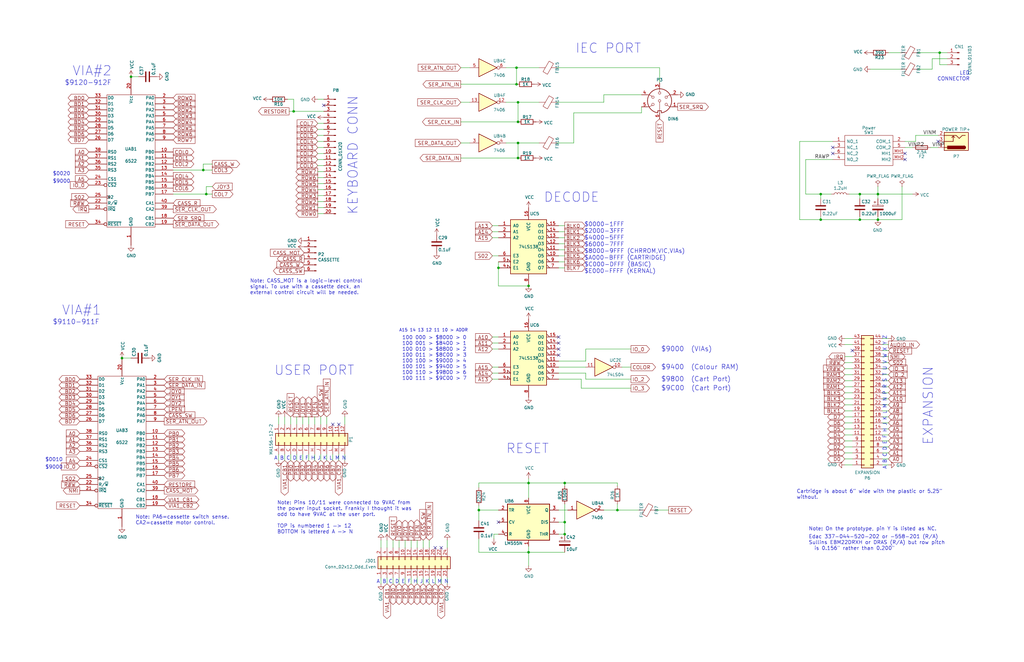
<source format=kicad_sch>
(kicad_sch (version 20211123) (generator eeschema)
  (paper "B")
  (title_block (title "VIC RELOADED") (date "2022-08-04") (rev "1.1-002E") (company "Steve J. Gray and Rich Cini") (comment 1 "Transcribed from CBM VIC-20cr schematics 251027-01D") (comment 2 "ECO 830151 4/12/83"))
  (junction (at 218.44 43.18))
  (junction (at 123.825 46.99))
  (junction (at 218.44 66.675))
  (junction (at 362.585 92.71))
  (junction (at 217.805 35.56))
  (junction (at 218.44 51.435))
  (junction (at 217.805 28.575))
  (junction (at 51.435 151.13))
  (junction (at 238.125 225.425))
  (junction (at 260.35 215.265))
  (junction (at 346.075 81.915))
  (junction (at 222.885 233.045))
  (junction (at 201.93 215.265))
  (junction (at 346.075 92.71))
  (junction (at 85.725 71.755))
  (junction (at 210.185 113.03))
  (junction (at 370.205 81.915))
  (junction (at 370.205 92.71))
  (junction (at 238.125 220.345))
  (junction (at 222.885 120.65))
  (junction (at 362.585 81.915))
  (junction (at 396.24 22.225))
  (junction (at 55.245 32.385))
  (junction (at 218.44 60.325))
  (junction (at 238.125 203.835))
  (junction (at 222.885 203.835))
  (junction (at 86.995 81.915))
  (no_connect (at 140.335 179.07))
  (no_connect (at 210.185 220.345))
  (no_connect (at 136.525 44.45))
  (no_connect (at 395.605 59.69))
  (no_connect (at 235.585 142.24))
  (no_connect (at 186.055 231.14))
  (no_connect (at 183.515 231.14))
  (no_connect (at 359.41 147.955))
  (no_connect (at 235.585 149.86))
  (no_connect (at 235.585 144.78))
  (no_connect (at 381.635 64.77))
  (no_connect (at 381.635 67.31))
  (no_connect (at 351.155 64.77))
  (no_connect (at 142.875 179.07))
  (no_connect (at 235.585 147.32))
  (no_connect (at 351.155 62.23))
  (wire (pts (xy 178.435 227.965) (xy 178.435 231.14)))
  (wire (pts (xy 136.525 74.93) (xy 133.985 74.93)))
  (wire (pts (xy 372.11 191.135) (xy 374.65 191.135)))
  (wire (pts (xy 123.825 41.91) (xy 121.285 41.91)))
  (wire (pts (xy 73.025 81.915) (xy 86.995 81.915)))
  (wire (pts (xy 370.205 92.71) (xy 380.365 92.71)))
  (wire (pts (xy 359.41 155.575) (xy 356.235 155.575)))
  (wire (pts (xy 235.585 154.94) (xy 247.015 154.94)))
  (wire (pts (xy 359.41 168.275) (xy 356.235 168.275)))
  (wire (pts (xy 278.13 28.575) (xy 278.13 34.925)))
  (wire (pts (xy 372.11 142.875) (xy 374.65 142.875)))
  (wire (pts (xy 140.335 191.77) (xy 140.335 194.31)))
  (wire (pts (xy 127.635 175.895) (xy 127.635 179.07)))
  (wire (pts (xy 136.525 59.69) (xy 133.985 59.69)))
  (wire (pts (xy 218.44 66.675) (xy 218.44 60.325)))
  (wire (pts (xy 133.985 77.47) (xy 136.525 77.47)))
  (wire (pts (xy 374.65 150.495) (xy 372.11 150.495)))
  (wire (pts (xy 346.075 81.915) (xy 339.725 81.915)))
  (wire (pts (xy 362.585 92.71) (xy 370.205 92.71)))
  (wire (pts (xy 210.185 120.65) (xy 210.185 113.03)))
  (wire (pts (xy 396.24 27.305) (xy 396.24 22.225)))
  (wire (pts (xy 374.65 180.975) (xy 372.11 180.975)))
  (wire (pts (xy 137.795 194.31) (xy 137.795 191.77)))
  (wire (pts (xy 207.645 95.25) (xy 210.185 95.25)))
  (wire (pts (xy 241.935 47.625) (xy 270.51 47.625)))
  (wire (pts (xy 359.41 163.195) (xy 356.235 163.195)))
  (wire (pts (xy 217.805 35.56) (xy 217.805 28.575)))
  (wire (pts (xy 55.245 151.13) (xy 51.435 151.13)))
  (wire (pts (xy 260.35 215.265) (xy 269.24 215.265)))
  (wire (pts (xy 123.825 46.99) (xy 136.525 46.99)))
  (wire (pts (xy 235.585 100.33) (xy 238.125 100.33)))
  (wire (pts (xy 346.075 92.71) (xy 362.585 92.71)))
  (wire (pts (xy 89.535 78.74) (xy 86.995 78.74)))
  (wire (pts (xy 163.195 231.14) (xy 163.195 227.965)))
  (wire (pts (xy 180.975 227.965) (xy 180.975 231.14)))
  (wire (pts (xy 346.075 81.915) (xy 350.52 81.915)))
  (wire (pts (xy 133.985 52.07) (xy 136.525 52.07)))
  (wire (pts (xy 208.28 225.425) (xy 208.28 227.33)))
  (wire (pts (xy 235.585 107.95) (xy 238.125 107.95)))
  (wire (pts (xy 188.595 246.38) (xy 188.595 243.84)))
  (wire (pts (xy 218.44 66.675) (xy 194.31 66.675)))
  (wire (pts (xy 386.08 59.69) (xy 386.08 57.15)))
  (wire (pts (xy 374.65 173.355) (xy 372.11 173.355)))
  (wire (pts (xy 374.65 188.595) (xy 372.11 188.595)))
  (wire (pts (xy 218.44 51.435) (xy 194.31 51.435)))
  (wire (pts (xy 89.535 69.215) (xy 85.725 69.215)))
  (wire (pts (xy 207.645 144.78) (xy 210.185 144.78)))
  (wire (pts (xy 235.585 157.48) (xy 247.015 157.48)))
  (wire (pts (xy 356.235 165.735) (xy 359.41 165.735)))
  (wire (pts (xy 359.41 191.135) (xy 356.235 191.135)))
  (wire (pts (xy 370.205 83.82) (xy 370.205 81.915)))
  (wire (pts (xy 260.35 212.725) (xy 260.35 215.265)))
  (wire (pts (xy 359.41 186.055) (xy 356.235 186.055)))
  (wire (pts (xy 374.65 175.895) (xy 372.11 175.895)))
  (wire (pts (xy 346.075 91.44) (xy 346.075 92.71)))
  (wire (pts (xy 183.515 243.84) (xy 183.515 246.38)))
  (wire (pts (xy 210.185 113.03) (xy 210.185 110.49)))
  (wire (pts (xy 235.585 110.49) (xy 238.125 110.49)))
  (wire (pts (xy 194.31 43.18) (xy 198.12 43.18)))
  (wire (pts (xy 241.935 47.625) (xy 241.935 60.325)))
  (wire (pts (xy 218.44 60.325) (xy 227.33 60.325)))
  (wire (pts (xy 356.235 150.495) (xy 359.41 150.495)))
  (wire (pts (xy 160.655 227.965) (xy 160.655 231.14)))
  (wire (pts (xy 133.985 62.23) (xy 136.525 62.23)))
  (wire (pts (xy 222.885 233.045) (xy 222.885 238.76)))
  (wire (pts (xy 170.815 246.38) (xy 170.815 243.84)))
  (wire (pts (xy 245.11 163.83) (xy 245.11 160.02)))
  (wire (pts (xy 245.11 160.02) (xy 235.585 160.02)))
  (wire (pts (xy 359.41 153.035) (xy 356.235 153.035)))
  (wire (pts (xy 213.36 28.575) (xy 217.805 28.575)))
  (wire (pts (xy 374.65 178.435) (xy 372.11 178.435)))
  (wire (pts (xy 359.41 158.115) (xy 356.235 158.115)))
  (wire (pts (xy 374.65 155.575) (xy 372.11 155.575)))
  (wire (pts (xy 117.475 194.31) (xy 117.475 191.77)))
  (wire (pts (xy 370.205 78.74) (xy 370.205 81.915)))
  (wire (pts (xy 359.41 145.415) (xy 356.235 145.415)))
  (wire (pts (xy 86.995 81.915) (xy 89.535 81.915)))
  (wire (pts (xy 372.11 196.215) (xy 374.65 196.215)))
  (wire (pts (xy 136.525 90.17) (xy 133.985 90.17)))
  (wire (pts (xy 120.015 191.77) (xy 120.015 194.31)))
  (wire (pts (xy 207.645 107.95) (xy 210.185 107.95)))
  (wire (pts (xy 125.095 179.07) (xy 125.095 175.895)))
  (wire (pts (xy 374.65 168.275) (xy 372.11 168.275)))
  (wire (pts (xy 145.415 194.31) (xy 145.415 191.77)))
  (wire (pts (xy 222.885 203.835) (xy 238.125 203.835)))
  (wire (pts (xy 173.355 231.14) (xy 173.355 227.965)))
  (wire (pts (xy 130.175 191.77) (xy 130.175 194.31)))
  (wire (pts (xy 235.585 95.25) (xy 238.125 95.25)))
  (wire (pts (xy 125.095 191.77) (xy 125.095 194.31)))
  (wire (pts (xy 217.805 35.56) (xy 194.31 35.56)))
  (wire (pts (xy 201.93 233.045) (xy 222.885 233.045)))
  (wire (pts (xy 238.125 102.87) (xy 235.585 102.87)))
  (wire (pts (xy 247.015 152.4) (xy 247.015 147.32)))
  (wire (pts (xy 266.065 154.94) (xy 262.255 154.94)))
  (wire (pts (xy 136.525 41.91) (xy 133.985 41.91)))
  (wire (pts (xy 85.725 69.215) (xy 85.725 71.755)))
  (wire (pts (xy 165.735 227.965) (xy 165.735 231.14)))
  (wire (pts (xy 254.635 43.18) (xy 254.635 40.005)))
  (wire (pts (xy 173.355 243.84) (xy 173.355 246.38)))
  (wire (pts (xy 337.185 92.71) (xy 346.075 92.71)))
  (wire (pts (xy 207.645 142.24) (xy 210.185 142.24)))
  (wire (pts (xy 194.31 60.325) (xy 198.12 60.325)))
  (wire (pts (xy 367.03 29.21) (xy 379.73 29.21)))
  (wire (pts (xy 168.275 243.84) (xy 168.275 246.38)))
  (wire (pts (xy 201.93 215.265) (xy 201.93 219.71)))
  (wire (pts (xy 194.31 28.575) (xy 198.12 28.575)))
  (wire (pts (xy 399.415 27.305) (xy 396.24 27.305)))
  (wire (pts (xy 168.275 231.14) (xy 168.275 227.965)))
  (wire (pts (xy 234.95 43.18) (xy 254.635 43.18)))
  (wire (pts (xy 136.525 64.77) (xy 133.985 64.77)))
  (wire (pts (xy 123.825 46.99) (xy 123.825 41.91)))
  (wire (pts (xy 58.42 32.385) (xy 55.245 32.385)))
  (wire (pts (xy 386.08 57.15) (xy 395.605 57.15)))
  (wire (pts (xy 392.43 62.23) (xy 395.605 62.23)))
  (wire (pts (xy 260.35 203.835) (xy 260.35 205.105)))
  (wire (pts (xy 132.715 175.895) (xy 132.715 179.07)))
  (wire (pts (xy 175.895 246.38) (xy 175.895 243.84)))
  (wire (pts (xy 133.985 82.55) (xy 136.525 82.55)))
  (wire (pts (xy 135.255 175.895) (xy 135.255 179.07)))
  (wire (pts (xy 234.95 28.575) (xy 278.13 28.575)))
  (wire (pts (xy 238.125 203.835) (xy 238.125 205.105)))
  (wire (pts (xy 235.585 97.79) (xy 238.125 97.79)))
  (wire (pts (xy 170.815 227.965) (xy 170.815 231.14)))
  (wire (pts (xy 339.725 67.31) (xy 351.155 67.31)))
  (wire (pts (xy 142.875 191.77) (xy 142.875 194.31)))
  (wire (pts (xy 235.585 220.345) (xy 238.125 220.345)))
  (wire (pts (xy 133.985 67.31) (xy 136.525 67.31)))
  (wire (pts (xy 396.24 22.225) (xy 399.415 22.225)))
  (wire (pts (xy 130.175 179.07) (xy 130.175 175.895)))
  (wire (pts (xy 136.525 85.09) (xy 133.985 85.09)))
  (wire (pts (xy 372.11 160.655) (xy 374.65 160.655)))
  (wire (pts (xy 393.065 24.765) (xy 399.415 24.765)))
  (wire (pts (xy 210.185 225.425) (xy 208.28 225.425)))
  (wire (pts (xy 337.185 59.69) (xy 351.155 59.69)))
  (wire (pts (xy 86.995 78.74) (xy 86.995 81.915)))
  (wire (pts (xy 370.205 91.44) (xy 370.205 92.71)))
  (wire (pts (xy 393.065 29.21) (xy 393.065 24.765)))
  (wire (pts (xy 356.235 193.675) (xy 359.41 193.675)))
  (wire (pts (xy 201.93 213.36) (xy 201.93 215.265)))
  (wire (pts (xy 359.41 178.435) (xy 356.235 178.435)))
  (wire (pts (xy 337.185 92.71) (xy 337.185 59.69)))
  (wire (pts (xy 145.415 175.895) (xy 145.415 179.07)))
  (wire (pts (xy 374.65 183.515) (xy 372.11 183.515)))
  (wire (pts (xy 374.65 165.735) (xy 372.11 165.735)))
  (wire (pts (xy 374.65 153.035) (xy 372.11 153.035)))
  (wire (pts (xy 238.125 233.045) (xy 222.885 233.045)))
  (wire (pts (xy 362.585 91.44) (xy 362.585 92.71)))
  (wire (pts (xy 218.44 43.18) (xy 227.33 43.18)))
  (wire (pts (xy 165.735 246.38) (xy 165.735 243.84)))
  (wire (pts (xy 133.985 57.15) (xy 136.525 57.15)))
  (wire (pts (xy 362.585 83.82) (xy 362.585 81.915)))
  (wire (pts (xy 180.975 246.38) (xy 180.975 243.84)))
  (wire (pts (xy 121.92 46.99) (xy 123.825 46.99)))
  (wire (pts (xy 175.895 227.965) (xy 175.895 231.14)))
  (wire (pts (xy 213.36 60.325) (xy 218.44 60.325)))
  (wire (pts (xy 370.205 81.915) (xy 384.81 81.915)))
  (wire (pts (xy 266.065 163.83) (xy 245.11 163.83)))
  (wire (pts (xy 201.93 203.835) (xy 222.885 203.835)))
  (wire (pts (xy 374.65 158.115) (xy 372.11 158.115)))
  (wire (pts (xy 346.075 81.915) (xy 346.075 83.82)))
  (wire (pts (xy 238.125 203.835) (xy 260.35 203.835)))
  (wire (pts (xy 127.635 194.31) (xy 127.635 191.77)))
  (wire (pts (xy 201.93 205.74) (xy 201.93 203.835)))
  (wire (pts (xy 387.35 22.225) (xy 396.24 22.225)))
  (wire (pts (xy 136.525 69.85) (xy 133.985 69.85)))
  (wire (pts (xy 85.725 71.755) (xy 89.535 71.755)))
  (wire (pts (xy 247.015 160.02) (xy 266.065 160.02)))
  (wire (pts (xy 254.635 215.265) (xy 260.35 215.265)))
  (wire (pts (xy 356.235 180.975) (xy 359.41 180.975)))
  (wire (pts (xy 362.585 81.915) (xy 370.205 81.915)))
  (wire (pts (xy 356.235 142.875) (xy 359.41 142.875)))
  (wire (pts (xy 210.185 215.265) (xy 201.93 215.265)))
  (wire (pts (xy 163.195 243.84) (xy 163.195 246.38)))
  (wire (pts (xy 218.44 51.435) (xy 218.44 43.18)))
  (wire (pts (xy 247.015 147.32) (xy 266.065 147.32)))
  (wire (pts (xy 356.235 170.815) (xy 359.41 170.815)))
  (wire (pts (xy 358.14 81.915) (xy 362.585 81.915)))
  (wire (pts (xy 213.36 43.18) (xy 218.44 43.18)))
  (wire (pts (xy 372.11 170.815) (xy 374.65 170.815)))
  (wire (pts (xy 136.525 54.61) (xy 133.985 54.61)))
  (wire (pts (xy 380.365 78.74) (xy 380.365 92.71)))
  (wire (pts (xy 137.795 175.895) (xy 137.795 179.07)))
  (wire (pts (xy 135.255 191.77) (xy 135.255 194.31)))
  (wire (pts (xy 117.475 175.895) (xy 117.475 179.07)))
  (wire (pts (xy 238.125 212.725) (xy 238.125 220.345)))
  (wire (pts (xy 186.055 243.84) (xy 186.055 246.38)))
  (wire (pts (xy 136.525 80.01) (xy 133.985 80.01)))
  (wire (pts (xy 374.65 163.195) (xy 372.11 163.195)))
  (wire (pts (xy 238.125 220.345) (xy 238.125 225.425)))
  (wire (pts (xy 372.11 186.055) (xy 374.65 186.055)))
  (wire (pts (xy 207.645 157.48) (xy 210.185 157.48)))
  (wire (pts (xy 222.885 120.65) (xy 210.185 120.65)))
  (wire (pts (xy 247.015 157.48) (xy 247.015 160.02)))
  (wire (pts (xy 217.805 28.575) (xy 227.33 28.575)))
  (wire (pts (xy 210.185 154.94) (xy 207.645 154.94)))
  (wire (pts (xy 235.585 152.4) (xy 247.015 152.4)))
  (wire (pts (xy 359.41 183.515) (xy 356.235 183.515)))
  (wire (pts (xy 160.655 246.38) (xy 160.655 243.84)))
  (wire (pts (xy 381.635 62.23) (xy 384.81 62.23)))
  (wire (pts (xy 235.585 215.265) (xy 239.395 215.265)))
  (wire (pts (xy 276.86 215.265) (xy 281.94 215.265)))
  (wire (pts (xy 254.635 40.005) (xy 270.51 40.005)))
  (wire (pts (xy 379.73 22.225) (xy 374.65 22.225)))
  (wire (pts (xy 374.65 145.415) (xy 372.11 145.415)))
  (wire (pts (xy 238.125 225.425) (xy 235.585 225.425)))
  (wire (pts (xy 356.235 175.895) (xy 359.41 175.895)))
  (wire (pts (xy 222.885 201.93) (xy 222.885 203.835)))
  (wire (pts (xy 207.645 100.33) (xy 210.185 100.33)))
  (wire (pts (xy 210.185 97.79) (xy 207.645 97.79)))
  (wire (pts (xy 122.555 194.31) (xy 122.555 191.77)))
  (wire (pts (xy 372.11 147.955) (xy 374.65 147.955)))
  (wire (pts (xy 133.985 87.63) (xy 136.525 87.63)))
  (wire (pts (xy 387.35 29.21) (xy 393.065 29.21)))
  (wire (pts (xy 235.585 113.03) (xy 238.125 113.03)))
  (wire (pts (xy 374.65 193.675) (xy 372.11 193.675)))
  (wire (pts (xy 73.025 71.755) (xy 85.725 71.755)))
  (wire (pts (xy 201.93 227.33) (xy 201.93 233.045)))
  (wire (pts (xy 133.985 72.39) (xy 136.525 72.39)))
  (wire (pts (xy 359.41 196.215) (xy 356.235 196.215)))
  (wire (pts (xy 359.41 173.355) (xy 356.235 173.355)))
  (wire (pts (xy 210.185 160.02) (xy 207.645 160.02)))
  (wire (pts (xy 120.015 179.07) (xy 120.015 175.895)))
  (wire (pts (xy 222.885 203.835) (xy 222.885 210.185)))
  (wire (pts (xy 207.645 147.32) (xy 210.185 147.32)))
  (wire (pts (xy 188.595 227.965) (xy 188.595 231.14)))
  (wire (pts (xy 339.725 81.915) (xy 339.725 67.31)))
  (wire (pts (xy 234.95 60.325) (xy 241.935 60.325)))
  (wire (pts (xy 356.235 188.595) (xy 359.41 188.595)))
  (wire (pts (xy 132.715 194.31) (xy 132.715 191.77)))
  (wire (pts (xy 178.435 243.84) (xy 178.435 246.38)))
  (wire (pts (xy 381.635 59.69) (xy 386.08 59.69)))
  (wire (pts (xy 222.885 233.045) (xy 222.885 230.505)))
  (wire (pts (xy 122.555 175.895) (xy 122.555 179.07)))
  (wire (pts (xy 270.51 47.625) (xy 270.51 45.085)))
  (wire (pts (xy 235.585 105.41) (xy 238.125 105.41)))
  (wire (pts (xy 356.235 160.655) (xy 359.41 160.655)))
  (text "EXPANSION" (at 393.7 187.96 90) (effects (font (size 3.9878 3.9878)) (justify left bottom)))
  (text "Cartridge is about 6” wide with the plastic or 5.25”\nwithout." (at 335.915 210.82 0) (effects (font (size 1.524 1.524)) (justify left bottom)))
  (text "DECODE" (at 229.235 85.725 0) (effects (font (size 3.9878 3.9878)) (justify left bottom)))
  (text "RESET" (at 213.36 191.77 0) (effects (font (size 3.9878 3.9878)) (justify left bottom)))
  (text "Note: PA6=cassette switch sense. \nCA2=cassette motor control." (at 57.15 221.615 0) (effects (font (size 1.524 1.524)) (justify left bottom)))
  (text "A B C D E F H J K L M N P R S T U V W X Y Z" (at 374.015 198.12 90) (effects (font (size 1.524 1.524)) (justify left bottom)))
  (text "A B C D E F H J K L M N" (at 115.57 194.31 0) (effects (font (size 1.524 1.524)) (justify left bottom)))
  (text "$9000" (at 22.225 77.47 0) (effects (font (size 1.524 1.524)) (justify left bottom)))
  (text "Note: Pins 10/11 were connected to 9VAC from\nthe power input socket. Frankly I thought it was\nodd to have 9VAC at the user port.\n\nTOP is numbered 1 —> 12\nBOTTOM is lettered A —> N" (at 116.84 225.425 0) (effects (font (size 1.524 1.524)) (justify left bottom)))
  (text "IEC PORT" (at 242.57 22.86 0) (effects (font (size 3.9878 3.9878)) (justify left bottom)))
  (text "$9C00  (Cart Port)" (at 278.765 165.1 0) (effects (font (size 2.0066 2.0066)) (justify left bottom)))
  (text "$9120-912F" (at 27.305 36.195 0) (effects (font (size 2.0066 2.0066)) (justify left bottom)))
  (text "A B C D E F H J K L M N" (at 158.75 246.38 0) (effects (font (size 1.524 1.524)) (justify left bottom)))
  (text "Note: On the prototype, pin Y is listed as NC." (at 340.995 224.155 0) (effects (font (size 1.524 1.524)) (justify left bottom)))
  (text "LED\nCONNECTOR" (at 408.94 34.29 180) (effects (font (size 1.524 1.524)) (justify right bottom)))
  (text "$9400  (Colour RAM)" (at 278.765 156.21 0) (effects (font (size 2.0066 2.0066)) (justify left bottom)))
  (text "$9000  (VIAs)" (at 278.765 148.59 0) (effects (font (size 2.0066 2.0066)) (justify left bottom)))
  (text "$9800  (Cart Port)" (at 278.765 161.29 0) (effects (font (size 2.0066 2.0066)) (justify left bottom)))
  (text "KEYBOARD CONN" (at 151.13 90.805 90) (effects (font (size 3.9878 3.9878)) (justify left bottom)))
  (text "Edac 337-044-520-202 or -558-201 (R/A)\nSullins EBM22DRXH or DRAS (R/A) but row pitch\n  is 0.156\" rather than 0.200\"" (at 340.995 232.41 0) (effects (font (size 1.524 1.524)) (justify left bottom)))
  (text "$0010" (at 19.05 194.945 0) (effects (font (size 1.524 1.524)) (justify left bottom)))
  (text "USER PORT" (at 115.57 158.75 0) (effects (font (size 3.9878 3.9878)) (justify left bottom)))
  (text "$9110-911F" (at 22.225 137.16 0) (effects (font (size 2.0066 2.0066)) (justify left bottom)))
  (text "100 000 > $8000 > 0\n100 001 > $8400 > 1\n100 010 > $8800 > 2\n100 011 > $8C00 > 3\n100 100 > $9000 > 4\n100 101 > $9400 > 5\n100 110 > $9800 > 6\n100 111 > $9C00 > 7" (at 169.545 160.655 0) (effects (font (size 1.524 1.524)) (justify left bottom)))
  (text "A15 14 13 12 11 10 > ADDR\n\n" (at 168.275 142.24 0) (effects (font (size 1.27 1.27)) (justify left bottom)))
  (text "Note: CASS_MOT is a logic-level control\nsignal. To use with a cassette deck, an\nexternal control circuit will be needed." (at 105.41 124.46 0) (effects (font (size 1.524 1.524)) (justify left bottom)))
  (text "VIA#2" (at 30.48 32.385 0) (effects (font (size 3.9878 3.9878)) (justify left bottom)))
  (text "$0020" (at 22.225 74.295 0) (effects (font (size 1.524 1.524)) (justify left bottom)))
  (text "$0000-1FFF\n$2000-3FFF\n$4000-5FFF\n$6000-7FFF\n$8000-9FFF (CHRROM,VIC,VIAs)\n$A000-BFFF (CARTRIDGE)\n$C000-DFFF (BASIC)\n$E000-FFFF (KERNAL)" (at 246.38 115.57 0) (effects (font (size 1.7526 1.7526)) (justify left bottom)))
  (text "$9000" (at 19.05 198.12 0) (effects (font (size 1.524 1.524)) (justify left bottom)))
  (text "VIA#1" (at 26.035 133.35 0) (effects (font (size 3.9878 3.9878)) (justify left bottom)))
  (label "VINM" (at 389.255 57.15 0) (effects (font (size 1.524 1.524))))
  (label "RAWP" (at 343.535 67.31 0) (effects (font (size 1.524 1.524))))
  (label "VINP2" (at 382.905 62.23 0) (effects (font (size 1.524 1.524))))
  (label "VINP" (at 393.065 62.23 0) (effects (font (size 1.524 1.524))))
  (global_label "JOY2" (shape output) (at 173.355 227.965 90) (effects (font (size 1.524 1.524))) (property "Intersheet References" "${INTERSHEET_REFS}" (effects hide)))
  (global_label "ROW4" (shape output) (at 133.985 80.01 180) (effects (font (size 1.524 1.524))) (property "Intersheet References" "${INTERSHEET_REFS}" (effects hide)))
  (global_label "ROW7" (shape input) (at 73.025 59.055 0) (effects (font (size 1.524 1.524))) (property "Intersheet References" "${INTERSHEET_REFS}" (effects hide)))
  (global_label "JOY2" (shape output) (at 130.175 175.895 90) (effects (font (size 1.524 1.524))) (property "Intersheet References" "${INTERSHEET_REFS}" (effects hide)))
  (global_label "COL1" (shape input) (at 133.985 67.31 180) (effects (font (size 1.524 1.524))) (property "Intersheet References" "${INTERSHEET_REFS}" (effects hide)))
  (global_label "COLOR" (shape output) (at 266.065 154.94 0) (effects (font (size 1.524 1.524))) (property "Intersheet References" "${INTERSHEET_REFS}" (effects hide)))
  (global_label "BD0" (shape bidirectional) (at 33.655 160.02 180) (effects (font (size 1.524 1.524))) (property "Intersheet References" "${INTERSHEET_REFS}" (effects hide)))
  (global_label "SER_DATA_OUT" (shape output) (at 73.025 94.615 0) (effects (font (size 1.524 1.524))) (property "Intersheet References" "${INTERSHEET_REFS}" (effects hide)))
  (global_label "A3" (shape input) (at 33.655 190.5 180) (effects (font (size 1.524 1.524))) (property "Intersheet References" "${INTERSHEET_REFS}" (effects hide)))
  (global_label "ROW6" (shape output) (at 133.985 74.93 180) (effects (font (size 1.524 1.524))) (property "Intersheet References" "${INTERSHEET_REFS}" (effects hide)))
  (global_label "D0" (shape bidirectional) (at 356.235 193.675 180) (effects (font (size 1.524 1.524))) (property "Intersheet References" "${INTERSHEET_REFS}" (effects hide)))
  (global_label "BLK1" (shape input) (at 356.235 173.355 180) (effects (font (size 1.524 1.524))) (property "Intersheet References" "${INTERSHEET_REFS}" (effects hide)))
  (global_label "JOY2" (shape input) (at 69.215 170.18 0) (effects (font (size 1.524 1.524))) (property "Intersheet References" "${INTERSHEET_REFS}" (effects hide)))
  (global_label "A3" (shape input) (at 374.65 186.055 0) (effects (font (size 1.524 1.524))) (property "Intersheet References" "${INTERSHEET_REFS}" (effects hide)))
  (global_label "A6" (shape input) (at 374.65 178.435 0) (effects (font (size 1.524 1.524))) (property "Intersheet References" "${INTERSHEET_REFS}" (effects hide)))
  (global_label "IO_0" (shape input) (at 33.655 196.85 180) (effects (font (size 1.524 1.524))) (property "Intersheet References" "${INTERSHEET_REFS}" (effects hide)))
  (global_label "A12" (shape input) (at 374.65 163.195 0) (effects (font (size 1.524 1.524))) (property "Intersheet References" "${INTERSHEET_REFS}" (effects hide)))
  (global_label "PB2" (shape bidirectional) (at 170.815 246.38 270) (effects (font (size 1.524 1.524))) (property "Intersheet References" "${INTERSHEET_REFS}" (effects hide)))
  (global_label "COL2" (shape input) (at 133.985 64.77 180) (effects (font (size 1.524 1.524))) (property "Intersheet References" "${INTERSHEET_REFS}" (effects hide)))
  (global_label "SER_CLK_IN" (shape input) (at 69.215 160.02 0) (effects (font (size 1.524 1.524))) (property "Intersheet References" "${INTERSHEET_REFS}" (effects hide)))
  (global_label "SER_ATN_OUT" (shape output) (at 69.215 177.8 0) (effects (font (size 1.524 1.524))) (property "Intersheet References" "${INTERSHEET_REFS}" (effects hide)))
  (global_label "PB7" (shape bidirectional) (at 183.515 246.38 270) (effects (font (size 1.524 1.524))) (property "Intersheet References" "${INTERSHEET_REFS}" (effects hide)))
  (global_label "BD3" (shape bidirectional) (at 33.655 167.64 180) (effects (font (size 1.524 1.524))) (property "Intersheet References" "${INTERSHEET_REFS}" (effects hide)))
  (global_label "CASS_W" (shape input) (at 128.27 111.76 180) (effects (font (size 1.524 1.524))) (property "Intersheet References" "${INTERSHEET_REFS}" (effects hide)))
  (global_label "RESTORE" (shape output) (at 121.92 46.99 180) (effects (font (size 1.524 1.524))) (property "Intersheet References" "${INTERSHEET_REFS}" (effects hide)))
  (global_label "BLK2" (shape output) (at 238.125 100.33 0) (effects (font (size 1.524 1.524))) (property "Intersheet References" "${INTERSHEET_REFS}" (effects hide)))
  (global_label "JOY1" (shape output) (at 170.815 227.965 90) (effects (font (size 1.524 1.524))) (property "Intersheet References" "${INTERSHEET_REFS}" (effects hide)))
  (global_label "SER_ATN_IN" (shape output) (at 194.31 35.56 180) (effects (font (size 1.524 1.524))) (property "Intersheet References" "${INTERSHEET_REFS}" (effects hide)))
  (global_label "D6" (shape bidirectional) (at 356.235 178.435 180) (effects (font (size 1.524 1.524))) (property "Intersheet References" "${INTERSHEET_REFS}" (effects hide)))
  (global_label "PB0" (shape bidirectional) (at 122.555 194.31 270) (effects (font (size 1.524 1.524))) (property "Intersheet References" "${INTERSHEET_REFS}" (effects hide)))
  (global_label "CASS_R" (shape output) (at 128.27 109.22 180) (effects (font (size 1.524 1.524))) (property "Intersheet References" "${INTERSHEET_REFS}" (effects hide)))
  (global_label "S02" (shape input) (at 374.65 153.035 0) (effects (font (size 1.524 1.524))) (property "Intersheet References" "${INTERSHEET_REFS}" (effects hide)))
  (global_label "BLK5" (shape output) (at 238.125 107.95 0) (effects (font (size 1.524 1.524))) (property "Intersheet References" "${INTERSHEET_REFS}" (effects hide)))
  (global_label "IO_0" (shape output) (at 266.065 147.32 0) (effects (font (size 1.524 1.524))) (property "Intersheet References" "${INTERSHEET_REFS}" (effects hide)))
  (global_label "A3" (shape input) (at 37.465 71.755 180) (effects (font (size 1.524 1.524))) (property "Intersheet References" "${INTERSHEET_REFS}" (effects hide)))
  (global_label "PB5" (shape bidirectional) (at 178.435 246.38 270) (effects (font (size 1.524 1.524))) (property "Intersheet References" "${INTERSHEET_REFS}" (effects hide)))
  (global_label "ROW6" (shape input) (at 73.025 56.515 0) (effects (font (size 1.524 1.524))) (property "Intersheet References" "${INTERSHEET_REFS}" (effects hide)))
  (global_label "PB2" (shape bidirectional) (at 127.635 194.31 270) (effects (font (size 1.524 1.524))) (property "Intersheet References" "${INTERSHEET_REFS}" (effects hide)))
  (global_label "A10" (shape input) (at 374.65 168.275 0) (effects (font (size 1.524 1.524))) (property "Intersheet References" "${INTERSHEET_REFS}" (effects hide)))
  (global_label "RAM2" (shape input) (at 356.235 160.655 180) (effects (font (size 1.524 1.524))) (property "Intersheet References" "${INTERSHEET_REFS}" (effects hide)))
  (global_label "BD3" (shape bidirectional) (at 37.465 48.895 180) (effects (font (size 1.524 1.524))) (property "Intersheet References" "${INTERSHEET_REFS}" (effects hide)))
  (global_label "D1" (shape bidirectional) (at 356.235 191.135 180) (effects (font (size 1.524 1.524))) (property "Intersheet References" "${INTERSHEET_REFS}" (effects hide)))
  (global_label "ROW1" (shape input) (at 73.025 43.815 0) (effects (font (size 1.524 1.524))) (property "Intersheet References" "${INTERSHEET_REFS}" (effects hide)))
  (global_label "SER_SRQ" (shape input) (at 73.025 92.075 0) (effects (font (size 1.524 1.524))) (property "Intersheet References" "${INTERSHEET_REFS}" (effects hide)))
  (global_label "SER_CLK_OUT" (shape input) (at 194.31 43.18 180) (effects (font (size 1.524 1.524))) (property "Intersheet References" "${INTERSHEET_REFS}" (effects hide)))
  (global_label "COL7" (shape input) (at 133.985 52.07 180) (effects (font (size 1.524 1.524))) (property "Intersheet References" "${INTERSHEET_REFS}" (effects hide)))
  (global_label "PB4" (shape bidirectional) (at 69.215 193.04 0) (effects (font (size 1.524 1.524))) (property "Intersheet References" "${INTERSHEET_REFS}" (effects hide)))
  (global_label "COL2" (shape output) (at 73.025 69.215 0) (effects (font (size 1.524 1.524))) (property "Intersheet References" "${INTERSHEET_REFS}" (effects hide)))
  (global_label "PB0" (shape bidirectional) (at 69.215 182.88 0) (effects (font (size 1.524 1.524))) (property "Intersheet References" "${INTERSHEET_REFS}" (effects hide)))
  (global_label "RESET" (shape input) (at 165.735 227.965 90) (effects (font (size 1.524 1.524))) (property "Intersheet References" "${INTERSHEET_REFS}" (effects hide)))
  (global_label "SER_ATN_OUT" (shape input) (at 194.31 28.575 180) (effects (font (size 1.524 1.524))) (property "Intersheet References" "${INTERSHEET_REFS}" (effects hide)))
  (global_label "A1" (shape input) (at 37.465 66.675 180) (effects (font (size 1.524 1.524))) (property "Intersheet References" "${INTERSHEET_REFS}" (effects hide)))
  (global_label "JOY1" (shape input) (at 69.215 167.64 0) (effects (font (size 1.524 1.524))) (property "Intersheet References" "${INTERSHEET_REFS}" (effects hide)))
  (global_label "LPEN" (shape output) (at 175.895 227.965 90) (effects (font (size 1.524 1.524))) (property "Intersheet References" "${INTERSHEET_REFS}" (effects hide)))
  (global_label "D7" (shape bidirectional) (at 356.235 175.895 180) (effects (font (size 1.524 1.524))) (property "Intersheet References" "${INTERSHEET_REFS}" (effects hide)))
  (global_label "R#W" (shape input) (at 356.235 153.035 180) (effects (font (size 1.524 1.524))) (property "Intersheet References" "${INTERSHEET_REFS}" (effects hide)))
  (global_label "A13" (shape input) (at 207.645 160.02 180) (effects (font (size 1.524 1.524))) (property "Intersheet References" "${INTERSHEET_REFS}" (effects hide)))
  (global_label "IO_2" (shape input) (at 374.65 158.115 0) (effects (font (size 1.524 1.524))) (property "Intersheet References" "${INTERSHEET_REFS}" (effects hide)))
  (global_label "PB1" (shape bidirectional) (at 69.215 185.42 0) (effects (font (size 1.524 1.524))) (property "Intersheet References" "${INTERSHEET_REFS}" (effects hide)))
  (global_label "D2" (shape bidirectional) (at 356.235 188.595 180) (effects (font (size 1.524 1.524))) (property "Intersheet References" "${INTERSHEET_REFS}" (effects hide)))
  (global_label "SER_CLK_IN" (shape output) (at 194.31 51.435 180) (effects (font (size 1.524 1.524))) (property "Intersheet References" "${INTERSHEET_REFS}" (effects hide)))
  (global_label "COL5" (shape input) (at 133.985 57.15 180) (effects (font (size 1.524 1.524))) (property "Intersheet References" "${INTERSHEET_REFS}" (effects hide)))
  (global_label "ROW0" (shape input) (at 73.025 41.275 0) (effects (font (size 1.524 1.524))) (property "Intersheet References" "${INTERSHEET_REFS}" (effects hide)))
  (global_label "VIA1_CB1" (shape bidirectional) (at 163.195 246.38 270) (effects (font (size 1.524 1.524))) (property "Intersheet References" "${INTERSHEET_REFS}" (effects hide)))
  (global_label "RESET" (shape input) (at 122.555 175.895 90) (effects (font (size 1.524 1.524))) (property "Intersheet References" "${INTERSHEET_REFS}" (effects hide)))
  (global_label "BLK2" (shape input) (at 356.235 170.815 180) (effects (font (size 1.524 1.524))) (property "Intersheet References" "${INTERSHEET_REFS}" (effects hide)))
  (global_label "COL0" (shape input) (at 133.985 69.85 180) (effects (font (size 1.524 1.524))) (property "Intersheet References" "${INTERSHEET_REFS}" (effects hide)))
  (global_label "A1" (shape input) (at 33.655 185.42 180) (effects (font (size 1.524 1.524))) (property "Intersheet References" "${INTERSHEET_REFS}" (effects hide)))
  (global_label "SER_DATA_IN" (shape input) (at 69.215 162.56 0) (effects (font (size 1.524 1.524))) (property "Intersheet References" "${INTERSHEET_REFS}" (effects hide)))
  (global_label "VIA1_CB2" (shape bidirectional) (at 186.055 246.38 270) (effects (font (size 1.524 1.524))) (property "Intersheet References" "${INTERSHEET_REFS}" (effects hide)))
  (global_label "CASS_SW" (shape output) (at 128.27 114.3 180) (effects (font (size 1.524 1.524))) (property "Intersheet References" "${INTERSHEET_REFS}" (effects hide)))
  (global_label "PB6" (shape bidirectional) (at 137.795 194.31 270) (effects (font (size 1.524 1.524))) (property "Intersheet References" "${INTERSHEET_REFS}" (effects hide)))
  (global_label "ROW3" (shape output) (at 133.985 82.55 180) (effects (font (size 1.524 1.524))) (property "Intersheet References" "${INTERSHEET_REFS}" (effects hide)))
  (global_label "A0" (shape input) (at 374.65 193.675 0) (effects (font (size 1.524 1.524))) (property "Intersheet References" "${INTERSHEET_REFS}" (effects hide)))
  (global_label "RESTORE" (shape input) (at 69.215 204.47 0) (effects (font (size 1.524 1.524))) (property "Intersheet References" "${INTERSHEET_REFS}" (effects hide)))
  (global_label "PB7" (shape bidirectional) (at 69.215 200.66 0) (effects (font (size 1.524 1.524))) (property "Intersheet References" "${INTERSHEET_REFS}" (effects hide)))
  (global_label "PB6" (shape bidirectional) (at 69.215 198.12 0) (effects (font (size 1.524 1.524))) (property "Intersheet References" "${INTERSHEET_REFS}" (effects hide)))
  (global_label "PB3" (shape bidirectional) (at 173.355 246.38 270) (effects (font (size 1.524 1.524))) (property "Intersheet References" "${INTERSHEET_REFS}" (effects hide)))
  (global_label "ROW5" (shape output) (at 133.985 77.47 180) (effects (font (size 1.524 1.524))) (property "Intersheet References" "${INTERSHEET_REFS}" (effects hide)))
  (global_label "SER_SRQ" (shape output) (at 285.75 45.085 0) (effects (font (size 1.524 1.524))) (property "Intersheet References" "${INTERSHEET_REFS}" (effects hide)))
  (global_label "SER_DATA_OUT" (shape input) (at 194.31 60.325 180) (effects (font (size 1.524 1.524))) (property "Intersheet References" "${INTERSHEET_REFS}" (effects hide)))
  (global_label "ROW7" (shape output) (at 133.985 72.39 180) (effects (font (size 1.524 1.524))) (property "Intersheet References" "${INTERSHEET_REFS}" (effects hide)))
  (global_label "LPEN" (shape output) (at 132.715 175.895 90) (effects (font (size 1.524 1.524))) (property "Intersheet References" "${INTERSHEET_REFS}" (effects hide)))
  (global_label "COL0" (shape output) (at 73.025 64.135 0) (effects (font (size 1.524 1.524))) (property "Intersheet References" "${INTERSHEET_REFS}" (effects hide)))
  (global_label "PB6" (shape bidirectional) (at 180.975 246.38 270) (effects (font (size 1.524 1.524))) (property "Intersheet References" "${INTERSHEET_REFS}" (effects hide)))
  (global_label "PB2" (shape bidirectional) (at 69.215 187.96 0) (effects (font (size 1.524 1.524))) (property "Intersheet References" "${INTERSHEET_REFS}" (effects hide)))
  (global_label "IRQ" (shape output) (at 356.235 150.495 180) (effects (font (size 1.524 1.524))) (property "Intersheet References" "${INTERSHEET_REFS}" (effects hide)))
  (global_label "IRQ" (shape output) (at 37.465 88.265 180) (effects (font (size 1.524 1.524))) (property "Intersheet References" "${INTERSHEET_REFS}" (effects hide)))
  (global_label "A2" (shape input) (at 33.655 187.96 180) (effects (font (size 1.524 1.524))) (property "Intersheet References" "${INTERSHEET_REFS}" (effects hide)))
  (global_label "PB1" (shape bidirectional) (at 125.095 194.31 270) (effects (font (size 1.524 1.524))) (property "Intersheet References" "${INTERSHEET_REFS}" (effects hide)))
  (global_label "A5" (shape input) (at 374.65 180.975 0) (effects (font (size 1.524 1.524))) (property "Intersheet References" "${INTERSHEET_REFS}" (effects hide)))
  (global_label "JOY3" (shape input) (at 89.535 78.74 0) (effects (font (size 1.524 1.524))) (property "Intersheet References" "${INTERSHEET_REFS}" (effects hide)))
  (global_label "RESET" (shape input) (at 37.465 94.615 180) (effects (font (size 1.524 1.524))) (property "Intersheet References" "${INTERSHEET_REFS}" (effects hide)))
  (global_label "CASS_SW" (shape input) (at 178.435 227.965 90) (effects (font (size 1.524 1.524))) (property "Intersheet References" "${INTERSHEET_REFS}" (effects hide)))
  (global_label "BD0" (shape bidirectional) (at 37.465 41.275 180) (effects (font (size 1.524 1.524))) (property "Intersheet References" "${INTERSHEET_REFS}" (effects hide)))
  (global_label "D4" (shape bidirectional) (at 356.235 183.515 180) (effects (font (size 1.524 1.524))) (property "Intersheet References" "${INTERSHEET_REFS}" (effects hide)))
  (global_label "CASS_SW" (shape input) (at 69.215 175.26 0) (effects (font (size 1.524 1.524))) (property "Intersheet References" "${INTERSHEET_REFS}" (effects hide)))
  (global_label "PB5" (shape bidirectional) (at 135.255 194.31 270) (effects (font (size 1.524 1.524))) (property "Intersheet References" "${INTERSHEET_REFS}" (effects hide)))
  (global_label "A11" (shape input) (at 374.65 165.735 0) (effects (font (size 1.524 1.524))) (property "Intersheet References" "${INTERSHEET_REFS}" (effects hide)))
  (global_label "BLK3" (shape input) (at 356.235 168.275 180) (effects (font (size 1.524 1.524))) (property "Intersheet References" "${INTERSHEET_REFS}" (effects hide)))
  (global_label "COL5" (shape output) (at 73.025 76.835 0) (effects (font (size 1.524 1.524))) (property "Intersheet References" "${INTERSHEET_REFS}" (effects hide)))
  (global_label "D5" (shape bidirectional) (at 356.235 180.975 180) (effects (font (size 1.524 1.524))) (property "Intersheet References" "${INTERSHEET_REFS}" (effects hide)))
  (global_label "PB7" (shape bidirectional) (at 140.335 194.31 270) (effects (font (size 1.524 1.524))) (property "Intersheet References" "${INTERSHEET_REFS}" (effects hide)))
  (global_label "A15" (shape input) (at 207.645 154.94 180) (effects (font (size 1.524 1.524))) (property "Intersheet References" "${INTERSHEET_REFS}" (effects hide)))
  (global_label "ROW2" (shape input) (at 73.025 46.355 0) (effects (font (size 1.524 1.524))) (property "Intersheet References" "${INTERSHEET_REFS}" (effects hide)))
  (global_label "SER_DATA_IN" (shape output) (at 194.31 66.675 180) (effects (font (size 1.524 1.524))) (property "Intersheet References" "${INTERSHEET_REFS}" (effects hide)))
  (global_label "BLK0" (shape output) (at 238.125 95.25 0) (effects (font (size 1.524 1.524))) (property "Intersheet References" "${INTERSHEET_REFS}" (effects hide)))
  (global_label "BLK1" (shape output) (at 238.125 97.79 0) (effects (font (size 1.524 1.524))) (property "Intersheet References" "${INTERSHEET_REFS}" (effects hide)))
  (global_label "A4" (shape input) (at 374.65 183.515 0) (effects (font (size 1.524 1.524))) (property "Intersheet References" "${INTERSHEET_REFS}" (effects hide)))
  (global_label "BLK5" (shape input) (at 356.235 165.735 180) (effects (font (size 1.524 1.524))) (property "Intersheet References" "${INTERSHEET_REFS}" (effects hide)))
  (global_label "A7" (shape input) (at 374.65 175.895 0) (effects (font (size 1.524 1.524))) (property "Intersheet References" "${INTERSHEET_REFS}" (effects hide)))
  (global_label "PB4" (shape bidirectional) (at 132.715 194.31 270) (effects (font (size 1.524 1.524))) (property "Intersheet References" "${INTERSHEET_REFS}" (effects hide)))
  (global_label "IO_3" (shape input) (at 374.65 155.575 0) (effects (font (size 1.524 1.524))) (property "Intersheet References" "${INTERSHEET_REFS}" (effects hide)))
  (global_label "R#W" (shape input) (at 37.465 85.725 180) (effects (font (size 1.524 1.524))) (property "Intersheet References" "${INTERSHEET_REFS}" (effects hide)))
  (global_label "D3" (shape bidirectional) (at 356.235 186.055 180) (effects (font (size 1.524 1.524))) (property "Intersheet References" "${INTERSHEET_REFS}" (effects hide)))
  (global_label "RAM1" (shape input) (at 356.235 163.195 180) (effects (font (size 1.524 1.524))) (property "Intersheet References" "${INTERSHEET_REFS}" (effects hide)))
  (global_label "IO_2" (shape output) (at 266.065 160.02 0) (effects (font (size 1.524 1.524))) (property "Intersheet References" "${INTERSHEET_REFS}" (effects hide)))
  (global_label "PB1" (shape bidirectional) (at 168.275 246.38 270) (effects (font (size 1.524 1.524))) (property "Intersheet References" "${INTERSHEET_REFS}" (effects hide)))
  (global_label "ROW0" (shape output) (at 133.985 90.17 180) (effects (font (size 1.524 1.524))) (property "Intersheet References" "${INTERSHEET_REFS}" (effects hide)))
  (global_label "BD1" (shape bidirectional) (at 33.655 162.56 180) (effects (font (size 1.524 1.524))) (property "Intersheet References" "${INTERSHEET_REFS}" (effects hide)))
  (global_label "A0" (shape input) (at 37.465 64.135 180) (effects (font (size 1.524 1.524))) (property "Intersheet References" "${INTERSHEET_REFS}" (effects hide)))
  (global_label "A15" (shape input) (at 207.645 100.33 180) (effects (font (size 1.524 1.524))) (property "Intersheet References" "${INTERSHEET_REFS}" (effects hide)))
  (global_label "BD7" (shape bidirectional) (at 37.465 59.055 180) (effects (font (size 1.524 1.524))) (property "Intersheet References" "${INTERSHEET_REFS}" (effects hide)))
  (global_label "A14" (shape input) (at 207.645 157.48 180) (effects (font (size 1.524 1.524))) (property "Intersheet References" "${INTERSHEET_REFS}" (effects hide)))
  (global_label "A13" (shape input) (at 374.65 160.655 0) (effects (font (size 1.524 1.524))) (property "Intersheet References" "${INTERSHEET_REFS}" (effects hide)))
  (global_label "COL6" (shape output) (at 73.025 79.375 0) (effects (font (size 1.524 1.524))) (property "Intersheet References" "${INTERSHEET_REFS}" (effects hide)))
  (global_label "JOY0" (shape output) (at 168.275 227.965 90) (effects (font (size 1.524 1.524))) (property "Intersheet References" "${INTERSHEET_REFS}" (effects hide)))
  (global_label "COL7" (shape output) (at 89.535 81.915 0) (effects (font (size 1.524 1.524))) (property "Intersheet References" "${INTERSHEET_REFS}" (effects hide)))
  (global_label "BD7" (shape bidirectional) (at 33.655 177.8 180) (effects (font (size 1.524 1.524))) (property "Intersheet References" "${INTERSHEET_REFS}" (effects hide)))
  (global_label "CASS_MOT" (shape output) (at 69.215 207.01 0) (effects (font (size 1.524 1.524))) (property "Intersheet References" "${INTERSHEET_REFS}" (effects hide)))
  (global_label "SER_ATN_IN" (shape input) (at 137.795 175.895 90) (effects (font (size 1.524 1.524))) (property "Intersheet References" "${INTERSHEET_REFS}" (effects hide)))
  (global_label "A5" (shape input) (at 37.465 75.565 180) (effects (font (size 1.524 1.524))) (property "Intersheet References" "${INTERSHEET_REFS}" (effects hide)))
  (global_label "ROW4" (shape input) (at 73.025 51.435 0) (effects (font (size 1.524 1.524))) (property "Intersheet References" "${INTERSHEET_REFS}" (effects hide)))
  (global_label "VR#W" (shape input) (at 356.235 155.575 180) (effects (font (size 1.524 1.524))) (property "Intersheet References" "${INTERSHEET_REFS}" (effects hide)))
  (global_label "BD1" (shape bidirectional) (at 37.465 43.815 180) (effects (font (size 1.524 1.524))) (property "Intersheet References" "${INTERSHEET_REFS}" (effects hide)))
  (global_label "JOY0" (shape output) (at 125.095 175.895 90) (effects (font (size 1.524 1.524))) (property "Intersheet References" "${INTERSHEET_REFS}" (effects hide)))
  (global_label "CASS_R" (shape input) (at 73.025 85.725 0) (effects (font (size 1.524 1.524))) (property "Intersheet References" "${INTERSHEET_REFS}" (effects hide)))
  (global_label "COL4" (shape input) (at 133.985 59.69 180) (effects (font (size 1.524 1.524))) (property "Intersheet References" "${INTERSHEET_REFS}" (effects hide)))
  (global_label "ROW2" (shape output) (at 133.985 85.09 180) (effects (font (size 1.524 1.524))) (property "Intersheet References" "${INTERSHEET_REFS}" (effects hide)))
  (global_label "PB3" (shape bidirectional) (at 69.215 190.5 0) (effects (font (size 1.524 1.524))) (property "Intersheet References" "${INTERSHEET_REFS}" (effects hide)))
  (global_label "BD4" (shape bidirectional) (at 33.655 170.18 180) (effects (font (size 1.524 1.524))) (property "Intersheet References" "${INTERSHEET_REFS}" (effects hide)))
  (global_label "BD2" (shape bidirectional) (at 37.465 46.355 180) (effects (font (size 1.524 1.524))) (property "Intersheet References" "${INTERSHEET_REFS}" (effects hide)))
  (global_label "A14" (shape input) (at 207.645 97.79 180) (effects (font (size 1.524 1.524))) (property "Intersheet References" "${INTERSHEET_REFS}" (effects hide)))
  (global_label "VIA1_CB2" (shape bidirectional) (at 69.215 213.36 0) (effects (font (size 1.524 1.524))) (property "Intersheet References" "${INTERSHEET_REFS}" (effects hide)))
  (global_label "JOY0" (shape input) (at 69.215 165.1 0) (effects (font (size 1.524 1.524))) (property "Intersheet References" "${INTERSHEET_REFS}" (effects hide)))
  (global_label "SER_CLK_OUT" (shape output) (at 73.025 88.265 0) (effects (font (size 1.524 1.524))) (property "Intersheet References" "${INTERSHEET_REFS}" (effects hide)))
  (global_label "CASS_MOT" (shape input) (at 128.27 106.68 180) (effects (font (size 1.524 1.524))) (property "Intersheet References" "${INTERSHEET_REFS}" (effects hide)))
  (global_label "RESET" (shape input) (at 374.65 147.955 0) (effects (font (size 1.524 1.524))) (property "Intersheet References" "${INTERSHEET_REFS}" (effects hide)))
  (global_label "RESET" (shape output) (at 281.94 215.265 0) (effects (font (size 1.524 1.524))) (property "Intersheet References" "${INTERSHEET_REFS}" (effects hide)))
  (global_label "PB0" (shape bidirectional) (at 165.735 246.38 270) (effects (font (size 1.524 1.524))) (property "Intersheet References" "${INTERSHEET_REFS}" (effects hide)))
  (global_label "A12" (shape input) (at 207.645 147.32 180) (effects (font (size 1.524 1.524))) (property "Intersheet References" "${INTERSHEET_REFS}" (effects hide)))
  (global_label "VIA1_CB1" (shape bidirectional) (at 69.215 210.82 0) (effects (font (size 1.524 1.524))) (property "Intersheet References" "${INTERSHEET_REFS}" (effects hide)))
  (global_label "PB3" (shape bidirectional) (at 130.175 194.31 270) (effects (font (size 1.524 1.524))) (property "Intersheet References" "${INTERSHEET_REFS}" (effects hide)))
  (global_label "BLK6" (shape output) (at 238.125 110.49 0) (effects (font (size 1.524 1.524))) (property "Intersheet References" "${INTERSHEET_REFS}" (effects hide)))
  (global_label "BD6" (shape bidirectional) (at 37.465 56.515 180) (effects (font (size 1.524 1.524))) (property "Intersheet References" "${INTERSHEET_REFS}" (effects hide)))
  (global_label "ROW5" (shape input) (at 73.025 53.975 0) (effects (font (size 1.524 1.524))) (property "Intersheet References" "${INTERSHEET_REFS}" (effects hide)))
  (global_label "COL3" (shape input) (at 133.985 62.23 180) (effects (font (size 1.524 1.524))) (property "Intersheet References" "${INTERSHEET_REFS}" (effects hide)))
  (global_label "A2" (shape input) (at 37.465 69.215 180) (effects (font (size 1.524 1.524))) (property "Intersheet References" "${INTERSHEET_REFS}" (effects hide)))
  (global_label "RESET" (shape input) (at 278.13 50.165 270) (effects (font (size 1.524 1.524))) (property "Intersheet References" "${INTERSHEET_REFS}" (effects hide)))
  (global_label "CASS_SW" (shape input) (at 135.255 175.895 90) (effects (font (size 1.524 1.524))) (property "Intersheet References" "${INTERSHEET_REFS}" (effects hide)))
  (global_label "LPEN" (shape input) (at 69.215 172.72 0) (effects (font (size 1.524 1.524))) (property "Intersheet References" "${INTERSHEET_REFS}" (effects hide)))
  (global_label "JOY1" (shape output) (at 127.635 175.895 90) (effects (font (size 1.524 1.524))) (property "Intersheet References" "${INTERSHEET_REFS}" (effects hide)))
  (global_label "A8" (shape input) (at 374.65 173.355 0) (effects (font (size 1.524 1.524))) (property "Intersheet References" "${INTERSHEET_REFS}" (effects hide)))
  (global_label "RAM3" (shape input) (at 356.235 158.115 180) (effects (font (size 1.524 1.524))) (property "Intersheet References" "${INTERSHEET_REFS}" (effects hide)))
  (global_label "BD5" (shape bidirectional) (at 33.655 172.72 180) (effects (font (size 1.524 1.524))) (property "Intersheet References" "${INTERSHEET_REFS}" (effects hide)))
  (global_label "S02" (shape input) (at 37.465 83.185 180) (effects (font (size 1.524 1.524))) (property "Intersheet References" "${INTERSHEET_REFS}" (effects hide)))
  (global_label "PB4" (shape bidirectional) (at 175.895 246.38 270) (effects (font (size 1.524 1.524))) (property "Intersheet References" "${INTERSHEET_REFS}" (effects hide)))
  (global_label "BD6" (shape bidirectional) (at 33.655 175.26 180) (effects (font (size 1.524 1.524))) (property "Intersheet References" "${INTERSHEET_REFS}" (effects hide)))
  (global_label "ROW1" (shape output) (at 133.985 87.63 180) (effects (font (size 1.524 1.524))) (property "Intersheet References" "${INTERSHEET_REFS}" (effects hide)))
  (global_label "BD4" (shape bidirectional) (at 37.465 51.435 180) (effects (font (size 1.524 1.524))) (property "Intersheet References" "${INTERSHEET_REFS}" (effects hide)))
  (global_label "BD2" (shape bidirectional) (at 33.655 165.1 180) (effects (font (size 1.524 1.524))) (property "Intersheet References" "${INTERSHEET_REFS}" (effects hide)))
  (global_label "COL3" (shape output) (at 89.535 71.755 0) (effects (font (size 1.524 1.524))) (property "Intersheet References" "${INTERSHEET_REFS}" (effects hide)))
  (global_label "SER_ATN_IN" (shape input) (at 180.975 227.965 90) (effects (font (size 1.524 1.524))) (property "Intersheet References" "${INTERSHEET_REFS}" (effects hide)))
  (global_label "IO_0" (shape input) (at 37.465 78.105 180) (effects (font (size 1.524 1.524))) (property "Intersheet References" "${INTERSHEET_REFS}" (effects hide)))
  (global_label "CASS_W" (shape output) (at 89.535 69.215 0) (effects (font (size 1.524 1.524))) (property "Intersheet References" "${INTERSHEET_REFS}" (effects hide)))
  (global_label "S02" (shape input) (at 33.655 201.93 180) (effects (font (size 1.524 1.524))) (property "Intersheet References" "${INTERSHEET_REFS}" (effects hide)))
  (global_label "BLK4" (shape output) (at 238.125 105.41 0) (effects (font (size 1.524 1.524))) (property "Intersheet References" "${INTERSHEET_REFS}" (effects hide)))
  (global_label "RESET" (shape input) (at 33.655 213.36 180) (effects (font (size 1.524 1.524))) (property "Intersheet References" "${INTERSHEET_REFS}" (effects hide)))
  (global_label "COL6" (shape input) (at 133.985 54.61 180) (effects (font (size 1.524 1.524))) (property "Intersheet References" "${INTERSHEET_REFS}" (effects hide)))
  (global_label "A0" (shape input) (at 33.655 182.88 180) (effects (font (size 1.524 1.524))) (property "Intersheet References" "${INTERSHEET_REFS}" (effects hide)))
  (global_label "PB5" (shape bidirectional) (at 69.215 195.58 0) (effects (font (size 1.524 1.524))) (property "Intersheet References" "${INTERSHEET_REFS}" (effects hide)))
  (global_label "IO_3" (shape output) (at 266.065 163.83 0) (effects (font (size 1.524 1.524))) (property "Intersheet References" "${INTERSHEET_REFS}" (effects hide)))
  (global_label "VIA1_CB2" (shape bidirectional) (at 142.875 194.31 270) (effects (font (size 1.524 1.524))) (property "Intersheet References" "${INTERSHEET_REFS}" (effects hide)))
  (global_label "A10" (shape input) (at 207.645 142.24 180) (effects (font (size 1.524 1.524))) (property "Intersheet References" "${INTERSHEET_REFS}" (effects hide)))
  (global_label "R#W" (shape input) (at 33.655 204.47 180) (effects (font (size 1.524 1.524))) (property "Intersheet References" "${INTERSHEET_REFS}" (effects hide)))
  (global_label "A13" (shape input) (at 207.645 95.25 180) (effects (font (size 1.524 1.524))) (property "Intersheet References" "${INTERSHEET_REFS}" (effects hide)))
  (global_label "VIA1_CB1" (shape bidirectional) (at 120.015 194.31 270) (effects (font (size 1.524 1.524))) (property "Intersheet References" "${INTERSHEET_REFS}" (effects hide)))
  (global_label "COL1" (shape output) (at 73.025 66.675 0) (effects (font (size 1.524 1.524))) (property "Intersheet References" "${INTERSHEET_REFS}" (effects hide)))
  (global_label "NMI" (shape output) (at 33.655 207.01 180) (effects (font (size 1.524 1.524))) (property "Intersheet References" "${INTERSHEET_REFS}" (effects hide)))
  (global_label "A1" (shape input) (at 374.65 191.135 0) (effects (font (size 1.524 1.524))) (property "Intersheet References" "${INTERSHEET_REFS}" (effects hide)))
  (global_label "BD5" (shape bidirectional) (at 37.465 53.975 180) (effects (font (size 1.524 1.524))) (property "Intersheet References" "${INTERSHEET_REFS}" (effects hide)))
  (global_label "A4" (shape input) (at 33.655 194.31 180) (effects (font (size 1.524 1.524))) (property "Intersheet References" "${INTERSHEET_REFS}" (effects hide)))
  (global_label "S02" (shape input) (at 207.645 107.95 180) (effects (font (size 1.524 1.524))) (property "Intersheet References" "${INTERSHEET_REFS}" (effects hide)))
  (global_label "NMI" (shape output) (at 374.65 150.495 0) (effects (font (size 1.524 1.524))) (property "Intersheet References" "${INTERSHEET_REFS}" (effects hide)))
  (global_label "BLK7" (shape output) (at 238.125 113.03 0) (effects (font (size 1.524 1.524))) (property "Intersheet References" "${INTERSHEET_REFS}" (effects hide)))
  (global_label "COL4" (shape output) (at 73.025 74.295 0) (effects (font (size 1.524 1.524))) (property "Intersheet References" "${INTERSHEET_REFS}" (effects hide)))
  (global_label "ROW3" (shape input) (at 73.025 48.895 0) (effects (font (size 1.524 1.524))) (property "Intersheet References" "${INTERSHEET_REFS}" (effects hide)))
  (global_label "AUDIO_IN" (shape output) (at 374.65 145.415 0) (effects (font (size 1.524 1.524))) (property "Intersheet References" "${INTERSHEET_REFS}" (effects hide)))
  (global_label "A2" (shape input) (at 374.65 188.595 0) (effects (font (size 1.524 1.524))) (property "Intersheet References" "${INTERSHEET_REFS}" (effects hide)))
  (global_label "BLK3" (shape output) (at 238.125 102.87 0) (effects (font (size 1.524 1.524))) (property "Intersheet References" "${INTERSHEET_REFS}" (effects hide)))
  (global_label "A9" (shape input) (at 374.65 170.815 0) (effects (font (size 1.524 1.524))) (property "Intersheet References" "${INTERSHEET_REFS}" (effects hide)))
  (global_label "A11" (shape input) (at 207.645 144.78 180) (effects (font (size 1.524 1.524))) (property "Intersheet References" "${INTERSHEET_REFS}" (effects hide)))
  (symbol (lib_id "Device:C") (at 346.075 87.63 0) (unit 1)
    (property "Reference" "C31" (at 346.71 85.09 0) (effects (justify left)))
    (property "Value" "0.22uF" (at 346.71 90.17 0) (effects (justify left)))
    (property "Footprint" "Capacitor_THT:C_Disc_D4.3mm_W1.9mm_P5.00mm" (effects hide))
  )
  (symbol (lib_id "Device:C") (at 362.585 87.63 0) (unit 1)
    (property "Reference" "C32" (at 363.22 85.09 0) (effects (justify left)))
    (property "Value" "0.22uF" (at 363.22 90.17 0) (effects (justify left)))
    (property "Footprint" "Capacitor_THT:C_Disc_D4.3mm_W1.9mm_P5.00mm" (effects hide))
  )
  (symbol (lib_id "VIC20Reloaded-1.1-001-rescue:CP-Device") (at 370.205 87.63 0) (unit 1)
    (property "Reference" "C33" (at 370.84 85.09 0) (effects (justify left)))
    (property "Value" "1000uF" (at 370.84 90.17 0) (effects (justify left)))
    (property "Footprint" "Capacitor_THT:CP_Radial_D10.0mm_P5.00mm" (effects hide))
  )
  (symbol (lib_id "Device:L") (at 354.33 81.915 90) (unit 1)
    (property "Reference" "L3" (at 354.33 77.089 90))
    (property "Value" "1.2uH" (at 354.33 79.4004 90))
    (property "Footprint" "Inductor_THT:L_Axial_L7.0mm_D3.3mm_P10.16mm_Horizontal_Fastron_MICC" (effects hide))
  )
  (symbol (lib_id "Connector:Conn_01x06_Male") (at 133.35 106.68 0) (mirror y) (unit 1)
    (property "Reference" "P2" (at 134.0612 107.3404 0) (effects (justify right)))
    (property "Value" "CASSETTE" (at 134.0612 109.6518 0) (effects (justify right)))
    (property "Footprint" "Connector_PinHeader_2.54mm:PinHeader_1x06_P2.54mm_Vertical" (effects hide))
  )
  (symbol (lib_id "power:VCC") (at 128.27 104.14 90) (unit 1)
    (property "Reference" "#PWR0216" (effects hide))
    (property "Value" "VCC" (at 125.0442 103.759 90) (effects (justify left)))
  )
  (symbol (lib_id "power:GND") (at 128.27 101.6 270) (unit 1)
    (property "Reference" "#PWR0217" (effects hide))
    (property "Value" "GND" (at 123.19 101.6 90))
  )
  (symbol (lib_id "Device:C") (at 62.23 32.385 90) (unit 1)
    (property "Reference" "C37" (at 59.69 31.75 0) (effects (justify left)))
    (property "Value" "0.1uF" (at 64.77 31.75 0) (effects (justify left)))
    (property "Footprint" "Capacitor_THT:C_Disc_D4.3mm_W1.9mm_P5.00mm" (effects hide))
  )
  (symbol (lib_id "power:VCC") (at 51.435 151.13 0) (unit 1)
    (property "Reference" "#PWR0151" (effects hide))
    (property "Value" "VCC" (at 51.816 147.9042 90) (effects (justify left)))
  )
  (symbol (lib_id "power:GND") (at 66.04 32.385 90) (unit 1)
    (property "Reference" "#PWR0152" (effects hide))
    (property "Value" "GND" (at 70.4342 32.258 0))
  )
  (symbol (lib_id "Device:C") (at 59.055 151.13 90) (unit 1)
    (property "Reference" "C30" (at 56.515 150.495 0) (effects (justify left)))
    (property "Value" "0.1uF" (at 61.595 150.495 0) (effects (justify left)))
    (property "Footprint" "Capacitor_THT:C_Disc_D4.3mm_W1.9mm_P5.00mm" (effects hide))
  )
  (symbol (lib_id "power:GND") (at 62.865 151.13 90) (unit 1)
    (property "Reference" "#PWR0154" (effects hide))
    (property "Value" "GND" (at 67.2592 151.003 0))
  )
  (symbol (lib_id "power:VCC") (at 55.245 32.385 0) (unit 1)
    (property "Reference" "#PWR0153" (effects hide))
    (property "Value" "VCC" (at 55.626 29.1592 90) (effects (justify left)))
  )
  (symbol (lib_id "power:GND") (at 55.245 103.505 0) (unit 1)
    (property "Reference" "#PWR0210" (effects hide))
    (property "Value" "GND" (at 55.372 107.8992 0))
  )
  (symbol (lib_id "power:GND") (at 51.435 222.25 0) (unit 1)
    (property "Reference" "#PWR0211" (effects hide))
    (property "Value" "GND" (at 51.562 226.6442 0))
  )
  (symbol (lib_id "Device:C") (at 184.15 102.87 0) (unit 1)
    (property "Reference" "C29" (at 184.785 100.33 0) (effects (justify left)))
    (property "Value" "0.1uF" (at 184.785 105.41 0) (effects (justify left)))
    (property "Footprint" "Capacitor_THT:C_Disc_D4.3mm_W1.9mm_P5.00mm" (effects hide))
  )
  (symbol (lib_id "power:VCC") (at 184.15 99.06 0) (unit 1)
    (property "Reference" "#PWR0155" (effects hide))
    (property "Value" "VCC" (at 184.531 95.8342 90) (effects (justify left)))
  )
  (symbol (lib_id "power:GND") (at 184.15 106.68 0) (unit 1)
    (property "Reference" "#PWR0156" (effects hide))
    (property "Value" "GND" (at 184.277 111.0742 0))
  )
  (symbol (lib_id "power:VCC") (at 222.885 87.63 0) (unit 1)
    (property "Reference" "#PWR0147" (effects hide))
    (property "Value" "VCC" (at 223.266 83.2358 0))
  )
  (symbol (lib_id "power:PWR_FLAG") (at 370.205 78.74 0) (unit 1)
    (property "Reference" "#FLG0101" (effects hide))
    (property "Value" "PWR_FLAG" (at 370.205 74.3458 0))
  )
  (symbol (lib_id "power:PWR_FLAG") (at 380.365 78.74 0) (unit 1)
    (property "Reference" "#FLG0102" (effects hide))
    (property "Value" "PWR_FLAG" (at 380.365 74.3458 0))
  )
  (symbol (lib_id "cbm:6522") (at 55.245 59.055 0) (mirror y) (unit 1)
    (property "Reference" "UAB1" (at 55.245 62.865 0))
    (property "Value" "6522" (at 55.245 67.945 0))
    (property "Footprint" "Package_DIP:DIP-40_W15.24mm_Socket" (effects hide))
  )
  (symbol (lib_id "Connector:Conn_01x20_Male") (at 141.605 64.77 0) (mirror y) (unit 1)
    (property "Reference" "P8" (at 141.605 38.1 0))
    (property "Value" "CONN_01X20" (at 143.51 66.04 90))
    (property "Footprint" "Connector_PinHeader_2.54mm:PinHeader_1x20_P2.54mm_Vertical" (effects hide))
  )
  (symbol (lib_id "cbm:6522") (at 51.435 177.8 0) (mirror y) (unit 1)
    (property "Reference" "UAB3" (at 51.435 181.61 0))
    (property "Value" "6522" (at 51.435 186.69 0))
    (property "Footprint" "Package_DIP:DIP-40_W15.24mm_Socket" (effects hide))
  )
  (symbol (lib_id "RAC_Custom2:MA156-12-2") (at 147.955 185.42 90) (unit 1)
    (property "Reference" "P1" (at 147.955 185.42 0))
    (property "Value" "MA156-12-2" (at 114.3 185.42 0))
    (property "Footprint" "RAC_Custom:MA156-12-2" (effects hide))
  )
  (symbol (lib_id "Device:R") (at 117.475 41.91 270) (unit 1)
    (property "Reference" "R16" (at 117.475 43.942 90))
    (property "Value" "10K" (at 117.475 41.91 90))
    (property "Footprint" "Resistor_THT:R_Axial_DIN0207_L6.3mm_D2.5mm_P7.62mm_Horizontal" (effects hide))
  )
  (symbol (lib_id "power:GND") (at 133.985 41.91 270) (unit 1)
    (property "Reference" "#PWR0123" (effects hide))
    (property "Value" "GND" (at 130.7338 42.037 90) (effects (justify right)))
  )
  (symbol (lib_id "power:VCC") (at 113.665 41.91 90) (unit 1)
    (property "Reference" "#PWR0124" (effects hide))
    (property "Value" "VCC" (at 110.4392 41.529 90) (effects (justify left)))
  )
  (symbol (lib_id "power:VCC") (at 120.015 175.895 0) (mirror y) (unit 1)
    (property "Reference" "#PWR0126" (effects hide))
    (property "Value" "VCC" (at 119.634 172.6692 90) (effects (justify left)))
  )
  (symbol (lib_id "power:GND") (at 117.475 175.895 0) (mirror x) (unit 1)
    (property "Reference" "#PWR0127" (effects hide))
    (property "Value" "GND" (at 117.602 172.6438 90) (effects (justify right)))
  )
  (symbol (lib_id "power:GND") (at 145.415 175.895 0) (mirror x) (unit 1)
    (property "Reference" "#PWR0128" (effects hide))
    (property "Value" "GND" (at 145.542 172.6438 90) (effects (justify right)))
  )
  (symbol (lib_id "power:GND") (at 145.415 194.31 0) (mirror y) (unit 1)
    (property "Reference" "#PWR0129" (effects hide))
    (property "Value" "GND" (at 145.288 197.5612 90) (effects (justify right)))
  )
  (symbol (lib_id "power:GND") (at 117.475 194.31 0) (mirror y) (unit 1)
    (property "Reference" "#PWR0130" (effects hide))
    (property "Value" "GND" (at 117.348 197.5612 90) (effects (justify right)))
  )
  (symbol (lib_id "Connector:DIN-6") (at 278.13 42.545 0) (mirror y) (unit 1)
    (property "Reference" "P3" (at 278.13 33.655 0))
    (property "Value" "DIN6" (at 283.845 50.165 0))
    (property "Footprint" "CUI:CUI_SDS-60J" (effects hide))
  )
  (symbol (lib_id "74xx:74LS06") (at 205.74 60.325 0) (unit 2)
    (property "Reference" "UB4" (at 210.693 57.404 0))
    (property "Value" "7406" (at 210.566 63.5 0))
    (property "Footprint" "Package_DIP:DIP-14_W7.62mm_Socket" (effects hide))
    (property "Datasheet" "http://www.ti.com/lit/gpn/sn74LS06N" (effects hide))
  )
  (symbol (lib_id "74xx:74LS06") (at 205.74 28.575 0) (unit 3)
    (property "Reference" "UB4" (at 210.693 25.654 0))
    (property "Value" "7406" (at 210.566 31.75 0))
    (property "Footprint" "Package_DIP:DIP-14_W7.62mm_Socket" (effects hide))
    (property "Datasheet" "http://www.ti.com/lit/gpn/sn74LS06N" (effects hide))
  )
  (symbol (lib_id "74xx:74LS06") (at 205.74 43.18 0) (unit 6)
    (property "Reference" "UB4" (at 210.693 40.259 0))
    (property "Value" "7406" (at 210.566 46.355 0))
    (property "Footprint" "Package_DIP:DIP-14_W7.62mm_Socket" (effects hide))
    (property "Datasheet" "http://www.ti.com/lit/gpn/sn74LS06N" (effects hide))
  )
  (symbol (lib_id "VIC20Reloaded-1.1-001-rescue:Ferrite_Bead-Device") (at 231.14 28.575 270) (unit 1)
    (property "Reference" "FB15" (at 234.95 28.575 0))
    (property "Value" "FILTER" (effects hide))
    (property "Footprint" "Inductor_THT:L_Axial_L7.0mm_D3.3mm_P10.16mm_Horizontal_Fastron_MICC" (effects hide))
  )
  (symbol (lib_id "VIC20Reloaded-1.1-001-rescue:Ferrite_Bead-Device") (at 231.14 43.18 270) (unit 1)
    (property "Reference" "FB14" (at 234.95 43.18 0))
    (property "Value" "FILTER" (effects hide))
    (property "Footprint" "Inductor_THT:L_Axial_L7.0mm_D3.3mm_P10.16mm_Horizontal_Fastron_MICC" (effects hide))
  )
  (symbol (lib_id "VIC20Reloaded-1.1-001-rescue:Ferrite_Bead-Device") (at 231.14 60.325 270) (unit 1)
    (property "Reference" "FB16" (at 234.95 60.325 0))
    (property "Value" "FILTER" (effects hide))
    (property "Footprint" "Inductor_THT:L_Axial_L7.0mm_D3.3mm_P10.16mm_Horizontal_Fastron_MICC" (effects hide))
  )
  (symbol (lib_id "Device:R") (at 222.25 51.435 90) (unit 1)
    (property "Reference" "R17" (at 222.25 49.403 90))
    (property "Value" "1K" (at 222.25 51.435 90))
    (property "Footprint" "Resistor_THT:R_Axial_DIN0207_L6.3mm_D2.5mm_P7.62mm_Horizontal" (effects hide))
  )
  (symbol (lib_id "Device:R") (at 222.25 66.675 90) (unit 1)
    (property "Reference" "R19" (at 222.25 64.643 90))
    (property "Value" "1K" (at 222.25 66.675 90))
    (property "Footprint" "Resistor_THT:R_Axial_DIN0207_L6.3mm_D2.5mm_P7.62mm_Horizontal" (effects hide))
  )
  (symbol (lib_id "Connector:Barrel_Jack_Switch") (at 403.225 59.69 180) (unit 1)
    (property "Reference" "P7" (at 403.225 66.04 0))
    (property "Value" "POWER TIP+" (at 403.225 54.61 0))
    (property "Footprint" "Connector_BarrelJack:BarrelJack_Horizontal" (effects hide))
  )
  (symbol (lib_id "VIC20Reloaded-1.1-001-rescue:Ferrite_Bead-Device") (at 383.54 22.225 270) (unit 1)
    (property "Reference" "FB1" (at 387.35 22.225 0))
    (property "Value" "FILTER" (at 381 22.225 0))
    (property "Footprint" "Inductor_THT:L_Axial_L7.0mm_D3.3mm_P2.54mm_Vertical_Fastron_MICC" (effects hide))
  )
  (symbol (lib_id "Device:R") (at 370.84 22.225 270) (unit 1)
    (property "Reference" "R23" (at 370.84 24.257 90))
    (property "Value" "390" (at 370.84 22.225 90))
    (property "Footprint" "Resistor_THT:R_Axial_DIN0207_L6.3mm_D2.5mm_P7.62mm_Horizontal" (effects hide))
  )
  (symbol (lib_id "VIC20Reloaded-1.1-001-rescue:Ferrite_Bead-Device") (at 383.54 29.21 270) (unit 1)
    (property "Reference" "FB2" (at 387.35 29.21 0))
    (property "Value" "FILTER" (at 381 29.21 0))
    (property "Footprint" "Inductor_THT:L_Axial_L7.0mm_D3.3mm_P2.54mm_Vertical_Fastron_MICC" (effects hide))
  )
  (symbol (lib_id "Mouser-Samac:M2022TXW41-DA") (at 351.155 59.69 0) (unit 1)
    (property "Reference" "SW1" (at 366.395 55.88 0))
    (property "Value" "Power" (at 366.395 53.975 0))
    (property "Footprint" "Mouser-Samec:M2022TXW41DA" (effects hide))
  )
  (symbol (lib_id "Connector:Conn_01x03_Male") (at 404.495 24.765 0) (mirror y) (unit 1)
    (property "Reference" "CN1" (at 404.495 19.685 0))
    (property "Value" "CONN_01X03" (at 408.94 25.4 90))
    (property "Footprint" "Connector_PinHeader_2.54mm:PinHeader_1x03_P2.54mm_Vertical" (effects hide))
  )
  (symbol (lib_id "power:VCC") (at 384.81 81.915 270) (unit 1)
    (property "Reference" "#PWR0131" (effects hide))
    (property "Value" "VCC" (at 388.0358 82.296 90) (effects (justify left)))
  )
  (symbol (lib_id "power:VCC") (at 367.03 22.225 90) (unit 1)
    (property "Reference" "#PWR0132" (effects hide))
    (property "Value" "VCC" (at 363.8042 21.844 90) (effects (justify left)))
  )
  (symbol (lib_id "power:GND") (at 367.03 29.21 270) (unit 1)
    (property "Reference" "#PWR0133" (effects hide))
    (property "Value" "GND" (at 363.7788 29.337 90) (effects (justify right)))
  )
  (symbol (lib_id "power:GND") (at 370.205 92.71 0) (unit 1)
    (property "Reference" "#PWR0134" (effects hide))
    (property "Value" "GND" (at 372.11 97.155 0) (effects (justify right)))
  )
  (symbol (lib_id "power:GND") (at 285.75 40.005 90) (unit 1)
    (property "Reference" "#PWR0135" (effects hide))
    (property "Value" "GND" (at 289.0012 39.878 90) (effects (justify right)))
  )
  (symbol (lib_id "Device:R") (at 221.615 35.56 90) (unit 1)
    (property "Reference" "R18" (at 221.615 33.528 90))
    (property "Value" "1K" (at 221.615 35.56 90))
    (property "Footprint" "Resistor_THT:R_Axial_DIN0207_L6.3mm_D2.5mm_P7.62mm_Horizontal" (effects hide))
  )
  (symbol (lib_id "power:VCC") (at 225.425 35.56 270) (unit 1)
    (property "Reference" "#PWR0136" (effects hide))
    (property "Value" "VCC" (at 228.6762 35.941 90) (effects (justify left)))
  )
  (symbol (lib_id "power:VCC") (at 226.06 51.435 270) (unit 1)
    (property "Reference" "#PWR0137" (effects hide))
    (property "Value" "VCC" (at 229.3112 51.816 90) (effects (justify left)))
  )
  (symbol (lib_id "power:VCC") (at 226.06 66.675 270) (unit 1)
    (property "Reference" "#PWR0138" (effects hide))
    (property "Value" "VCC" (at 229.3112 67.056 90) (effects (justify left)))
  )
  (symbol (lib_id "Connector_Generic:Conn_02x22_Odd_Even") (at 364.49 170.815 0) (mirror x) (unit 1)
    (property "Reference" "P6" (at 365.76 201.7268 0))
    (property "Value" "EXPANSION" (at 365.76 199.4154 0))
    (property "Footprint" "RAC_Custom:Sullins_02_22_Card_Edge_Connector" (effects hide))
  )
  (symbol (lib_id "power:GND") (at 356.235 196.215 270) (mirror x) (unit 1)
    (property "Reference" "#PWR0139" (effects hide))
    (property "Value" "GND" (at 352.9838 196.088 90) (effects (justify right)))
  )
  (symbol (lib_id "power:GND") (at 356.235 142.875 270) (mirror x) (unit 1)
    (property "Reference" "#PWR0140" (effects hide))
    (property "Value" "GND" (at 352.9838 142.748 90) (effects (justify right)))
  )
  (symbol (lib_id "power:GND") (at 374.65 142.875 90) (mirror x) (unit 1)
    (property "Reference" "#PWR0141" (effects hide))
    (property "Value" "GND" (at 377.9012 143.002 90) (effects (justify right)))
  )
  (symbol (lib_id "power:GND") (at 374.65 196.215 90) (mirror x) (unit 1)
    (property "Reference" "#PWR0142" (effects hide))
    (property "Value" "GND" (at 377.9012 196.342 90) (effects (justify right)))
  )
  (symbol (lib_id "power:VCC") (at 356.235 145.415 90) (mirror x) (unit 1)
    (property "Reference" "#PWR0143" (effects hide))
    (property "Value" "VCC" (at 353.0092 145.796 90) (effects (justify left)))
  )
  (symbol (lib_id "74xx:74LS138") (at 222.885 102.87 0) (unit 1)
    (property "Reference" "UC5" (at 225.425 90.17 0))
    (property "Value" "74LS138" (at 222.885 104.14 0))
    (property "Footprint" "Package_DIP:DIP-16_W7.62mm_Socket" (effects hide))
  )
  (symbol (lib_id "74xx:74LS138") (at 222.885 149.86 0) (unit 1)
    (property "Reference" "UC6" (at 225.425 137.16 0))
    (property "Value" "74LS138" (at 222.885 151.13 0))
    (property "Footprint" "Package_DIP:DIP-16_W7.62mm_Socket" (effects hide))
  )
  (symbol (lib_id "74xx:74LS04") (at 254.635 154.94 0) (unit 5)
    (property "Reference" "UC2" (at 259.588 152.019 0))
    (property "Value" "74LS04" (at 259.461 158.115 0))
    (property "Footprint" "Package_DIP:DIP-14_W7.62mm_Socket" (effects hide))
    (property "Datasheet" "http://www.ti.com/lit/gpn/sn74LS04" (effects hide))
  )
  (symbol (lib_id "74xx:74LS06") (at 247.015 215.265 0) (unit 1)
    (property "Reference" "UB4" (at 251.968 212.344 0))
    (property "Value" "7406" (at 251.841 218.44 0))
    (property "Footprint" "Package_DIP:DIP-14_W7.62mm_Socket" (effects hide))
    (property "Datasheet" "http://www.ti.com/lit/gpn/sn74LS06N" (effects hide))
  )
  (symbol (lib_id "Timer:LM555xN") (at 222.885 220.345 0) (unit 1)
    (property "Reference" "UB6" (at 212.725 211.455 0) (effects (justify left)))
    (property "Value" "LM555N" (at 212.725 229.235 0) (effects (justify left)))
    (property "Footprint" "Package_DIP:DIP-8_W7.62mm_Socket" (effects hide))
  )
  (symbol (lib_id "Device:R") (at 201.93 209.55 0) (unit 1)
    (property "Reference" "R24" (at 203.962 209.55 90))
    (property "Value" "220K" (at 201.93 209.55 90))
    (property "Footprint" "Resistor_THT:R_Axial_DIN0207_L6.3mm_D2.5mm_P7.62mm_Horizontal" (effects hide))
  )
  (symbol (lib_id "Device:R") (at 238.125 208.915 180) (unit 1)
    (property "Reference" "R25" (at 236.093 208.915 90))
    (property "Value" "150K" (at 238.125 208.915 90))
    (property "Footprint" "Resistor_THT:R_Axial_DIN0207_L6.3mm_D2.5mm_P7.62mm_Horizontal" (effects hide))
  )
  (symbol (lib_id "Device:C") (at 201.93 223.52 0) (unit 1)
    (property "Reference" "C41" (at 202.565 220.98 0) (effects (justify left)))
    (property "Value" "0.1uF" (at 202.565 226.06 0) (effects (justify left)))
    (property "Footprint" "Capacitor_THT:C_Disc_D4.3mm_W1.9mm_P5.00mm" (effects hide))
  )
  (symbol (lib_id "VIC20Reloaded-1.1-001-rescue:CP-Device") (at 238.125 229.235 0) (unit 1)
    (property "Reference" "C42" (at 238.76 226.695 0) (effects (justify left)))
    (property "Value" "10uF" (at 238.76 231.775 0) (effects (justify left)))
    (property "Footprint" "Capacitor_THT:CP_Radial_D4.0mm_P1.50mm" (effects hide))
  )
  (symbol (lib_id "Device:R") (at 260.35 208.915 180) (unit 1)
    (property "Reference" "R26" (at 258.318 208.915 90))
    (property "Value" "1K" (at 260.35 208.915 90))
    (property "Footprint" "Resistor_THT:R_Axial_DIN0207_L6.3mm_D2.5mm_P7.62mm_Horizontal" (effects hide))
  )
  (symbol (lib_id "VIC20Reloaded-1.1-001-rescue:Ferrite_Bead-Device") (at 273.05 215.265 270) (unit 1)
    (property "Reference" "FB7" (at 276.86 215.265 0))
    (property "Value" "FILTER" (at 270.51 215.265 0))
    (property "Footprint" "Inductor_THT:L_Axial_L7.0mm_D3.3mm_P10.16mm_Horizontal_Fastron_MICC" (effects hide))
  )
  (symbol (lib_id "power:VCC") (at 222.885 201.93 0) (unit 1)
    (property "Reference" "#PWR0144" (effects hide))
    (property "Value" "VCC" (at 223.266 197.5358 0))
  )
  (symbol (lib_id "power:GND") (at 222.885 238.76 0) (unit 1)
    (property "Reference" "#PWR0145" (effects hide))
    (property "Value" "GND" (at 223.012 243.1542 0))
  )
  (symbol (lib_id "power:VCC") (at 208.28 227.33 180) (unit 1)
    (property "Reference" "#PWR0146" (effects hide))
    (property "Value" "VCC" (at 207.899 231.7242 0))
  )
  (symbol (lib_id "power:VCC") (at 222.885 134.62 0) (unit 1)
    (property "Reference" "#PWR0148" (effects hide))
    (property "Value" "VCC" (at 223.266 130.2258 0))
  )
  (symbol (lib_id "power:GND") (at 222.885 120.65 0) (unit 1)
    (property "Reference" "#PWR0149" (effects hide))
    (property "Value" "GND" (at 223.012 125.0442 0))
  )
  (symbol (lib_id "power:GND") (at 222.885 167.64 0) (unit 1)
    (property "Reference" "#PWR0150" (effects hide))
    (property "Value" "GND" (at 223.012 172.0342 0))
  )
  (symbol (lib_id "power:GND") (at 188.595 227.965 0) (mirror x) (unit 1)
    (property "Reference" "#PWR0219" (effects hide))
    (property "Value" "GND" (at 188.722 224.7138 90) (effects (justify right)))
  )
  (symbol (lib_id "power:GND") (at 160.655 227.965 0) (mirror x) (unit 1)
    (property "Reference" "#PWR0221" (effects hide))
    (property "Value" "GND" (at 160.782 224.7138 90) (effects (justify right)))
  )
  (symbol (lib_id "power:VCC") (at 163.195 227.965 0) (mirror y) (unit 1)
    (property "Reference" "#PWR0222" (effects hide))
    (property "Value" "VCC" (at 162.814 224.7392 90) (effects (justify left)))
  )
  (symbol (lib_id "Device:Fuse") (at 388.62 62.23 90) (unit 1)
    (property "Reference" "F2" (at 388.62 66.04 90))
    (property "Value" "2.5A" (at 388.62 64.135 90))
    (property "Footprint" "Keystone:FUSE_4527" (effects hide))
  )
  (symbol (lib_id "power:GND") (at 188.595 246.38 0) (mirror y) (unit 1)
    (property "Reference" "#PWR0169" (effects hide))
    (property "Value" "GND" (at 188.468 249.6312 90) (effects (justify right)))
  )
  (symbol (lib_id "power:VCC") (at 136.525 49.53 90) (unit 1)
    (property "Reference" "#PWR?" (effects hide))
    (property "Value" "VCC" (at 133.2992 49.149 90) (effects (justify left)))
  )
  (symbol (lib_id "power:GND") (at 160.655 246.38 0) (mirror y) (unit 1)
    (property "Reference" "#PWR0220" (effects hide))
    (property "Value" "GND" (at 160.528 249.6312 90) (effects (justify right)))
  )
  (symbol (lib_id "Connector_Generic:Conn_02x12_Odd_Even") (at 173.355 238.76 90) (unit 1)
    (property "Reference" "J301" (at 158.623 236.6553 90) (effects (justify left)))
    (property "Value" "Conn_02x12_Odd_Even" (at 158.623 239.1922 90) (effects (justify left)))
    (property "Footprint" "Connector_PinHeader_2.54mm:PinHeader_2x12_P2.54mm_Vertical" (effects hide))
  )
)
</source>
